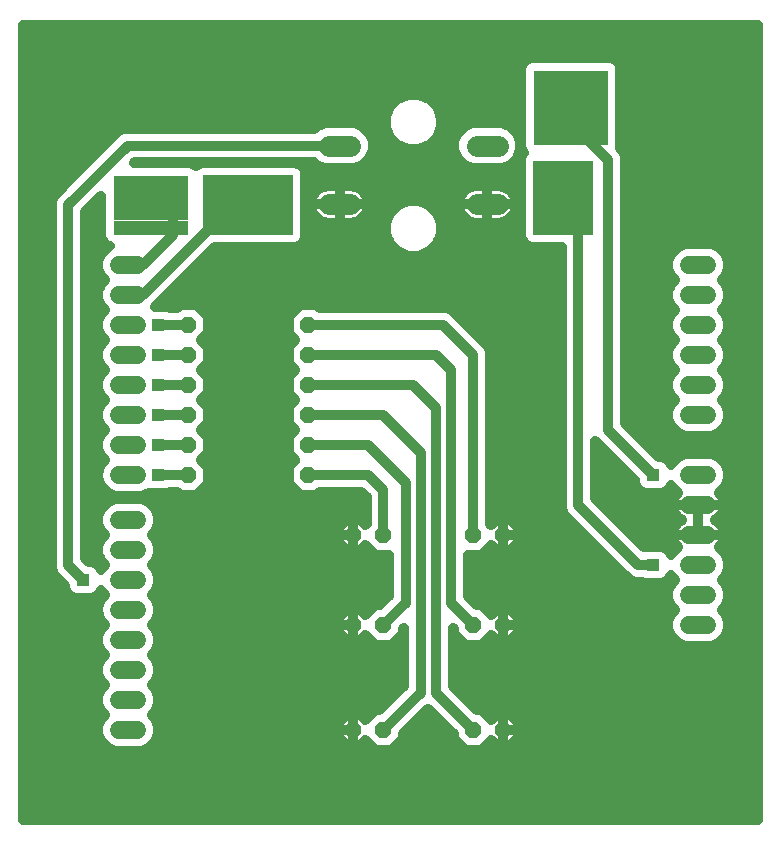
<source format=gbl>
G75*
%MOIN*%
%OFA0B0*%
%FSLAX25Y25*%
%IPPOS*%
%LPD*%
%AMOC8*
5,1,8,0,0,1.08239X$1,22.5*
%
%ADD10R,0.25000X0.15000*%
%ADD11R,0.30000X0.20000*%
%ADD12R,0.25000X0.05000*%
%ADD13R,0.25000X0.25000*%
%ADD14R,0.20000X0.25000*%
%ADD15OC8,0.05200*%
%ADD16C,0.07050*%
%ADD17C,0.06000*%
%ADD18C,0.03200*%
%ADD19R,0.03962X0.03962*%
D10*
X0063500Y0293500D03*
D11*
X0096000Y0291000D03*
D12*
X0063500Y0283500D03*
D13*
X0203500Y0323500D03*
D14*
X0201000Y0293500D03*
D15*
X0116000Y0251000D03*
X0116000Y0241000D03*
X0116000Y0231000D03*
X0116000Y0221000D03*
X0116000Y0211000D03*
X0116000Y0201000D03*
X0131000Y0181000D03*
X0141000Y0181000D03*
X0171000Y0181000D03*
X0181000Y0181000D03*
X0181000Y0151000D03*
X0171000Y0151000D03*
X0141000Y0151000D03*
X0131000Y0151000D03*
X0131000Y0116000D03*
X0141000Y0116000D03*
X0171000Y0116000D03*
X0181000Y0116000D03*
X0076000Y0201000D03*
X0076000Y0211000D03*
X0076000Y0221000D03*
X0076000Y0231000D03*
X0076000Y0241000D03*
X0076000Y0251000D03*
D16*
X0122875Y0291200D02*
X0129925Y0291200D01*
X0129925Y0310800D02*
X0122875Y0310800D01*
X0172075Y0310800D02*
X0179125Y0310800D01*
X0179125Y0291200D02*
X0172075Y0291200D01*
D17*
X0243000Y0271000D02*
X0249000Y0271000D01*
X0249000Y0261000D02*
X0243000Y0261000D01*
X0243000Y0251000D02*
X0249000Y0251000D01*
X0249000Y0241000D02*
X0243000Y0241000D01*
X0243000Y0231000D02*
X0249000Y0231000D01*
X0249000Y0221000D02*
X0243000Y0221000D01*
X0243000Y0201000D02*
X0249000Y0201000D01*
X0249000Y0191000D02*
X0243000Y0191000D01*
X0243000Y0181000D02*
X0249000Y0181000D01*
X0249000Y0171000D02*
X0243000Y0171000D01*
X0243000Y0161000D02*
X0249000Y0161000D01*
X0249000Y0151000D02*
X0243000Y0151000D01*
X0059000Y0146000D02*
X0053000Y0146000D01*
X0053000Y0136000D02*
X0059000Y0136000D01*
X0059000Y0126000D02*
X0053000Y0126000D01*
X0053000Y0116000D02*
X0059000Y0116000D01*
X0059000Y0156000D02*
X0053000Y0156000D01*
X0053000Y0166000D02*
X0059000Y0166000D01*
X0059000Y0176000D02*
X0053000Y0176000D01*
X0053000Y0186000D02*
X0059000Y0186000D01*
X0059000Y0201000D02*
X0053000Y0201000D01*
X0053000Y0211000D02*
X0059000Y0211000D01*
X0059000Y0221000D02*
X0053000Y0221000D01*
X0053000Y0231000D02*
X0059000Y0231000D01*
X0059000Y0241000D02*
X0053000Y0241000D01*
X0053000Y0251000D02*
X0059000Y0251000D01*
X0059000Y0261000D02*
X0053000Y0261000D01*
X0053000Y0271000D02*
X0059000Y0271000D01*
D18*
X0021000Y0351000D02*
X0021000Y0086000D01*
X0266000Y0086000D01*
X0266000Y0351000D01*
X0021000Y0351000D01*
X0021000Y0349638D02*
X0266000Y0349638D01*
X0266000Y0346439D02*
X0021000Y0346439D01*
X0021000Y0343241D02*
X0266000Y0343241D01*
X0266000Y0340042D02*
X0021000Y0340042D01*
X0021000Y0336844D02*
X0187020Y0336844D01*
X0187000Y0336796D02*
X0187000Y0310204D01*
X0187609Y0308734D01*
X0187843Y0308500D01*
X0187609Y0308266D01*
X0187000Y0306796D01*
X0187000Y0280204D01*
X0187609Y0278734D01*
X0188734Y0277609D01*
X0190204Y0277000D01*
X0200400Y0277000D01*
X0200400Y0189886D01*
X0201253Y0187828D01*
X0222828Y0166253D01*
X0224886Y0165400D01*
X0227303Y0165400D01*
X0228223Y0165019D01*
X0233777Y0165019D01*
X0235247Y0165628D01*
X0236372Y0166753D01*
X0236777Y0167731D01*
X0237066Y0167035D01*
X0238101Y0166000D01*
X0237066Y0164965D01*
X0236000Y0162392D01*
X0236000Y0159608D01*
X0237066Y0157035D01*
X0238101Y0156000D01*
X0237066Y0154965D01*
X0236000Y0152392D01*
X0236000Y0149608D01*
X0237066Y0147035D01*
X0239035Y0145066D01*
X0241608Y0144000D01*
X0250392Y0144000D01*
X0252965Y0145066D01*
X0254934Y0147035D01*
X0256000Y0149608D01*
X0256000Y0152392D01*
X0254934Y0154965D01*
X0253899Y0156000D01*
X0254934Y0157035D01*
X0256000Y0159608D01*
X0256000Y0162392D01*
X0254934Y0164965D01*
X0253899Y0166000D01*
X0254934Y0167035D01*
X0256000Y0169608D01*
X0256000Y0172392D01*
X0254934Y0174965D01*
X0252965Y0176934D01*
X0252886Y0176967D01*
X0253271Y0177352D01*
X0253790Y0178065D01*
X0254190Y0178850D01*
X0254462Y0179689D01*
X0254600Y0180559D01*
X0254600Y0181000D01*
X0254600Y0181441D01*
X0254462Y0182311D01*
X0254190Y0183150D01*
X0253790Y0183935D01*
X0253271Y0184648D01*
X0252648Y0185271D01*
X0251935Y0185790D01*
X0251522Y0186000D01*
X0251935Y0186210D01*
X0252648Y0186729D01*
X0253271Y0187352D01*
X0253790Y0188065D01*
X0254190Y0188850D01*
X0254462Y0189689D01*
X0254600Y0190559D01*
X0254600Y0191000D01*
X0254600Y0191441D01*
X0254462Y0192311D01*
X0254190Y0193150D01*
X0253790Y0193935D01*
X0253271Y0194648D01*
X0252886Y0195033D01*
X0252965Y0195066D01*
X0254934Y0197035D01*
X0256000Y0199608D01*
X0256000Y0202392D01*
X0254934Y0204965D01*
X0252965Y0206934D01*
X0250392Y0208000D01*
X0241608Y0208000D01*
X0239035Y0206934D01*
X0237066Y0204965D01*
X0236777Y0204269D01*
X0236372Y0205247D01*
X0235247Y0206372D01*
X0233777Y0206981D01*
X0232938Y0206981D01*
X0221600Y0218320D01*
X0221600Y0307114D01*
X0220747Y0309172D01*
X0219917Y0310003D01*
X0220000Y0310204D01*
X0220000Y0336796D01*
X0219391Y0338266D01*
X0218266Y0339391D01*
X0216796Y0340000D01*
X0190204Y0340000D01*
X0188734Y0339391D01*
X0187609Y0338266D01*
X0187000Y0336796D01*
X0187000Y0333645D02*
X0021000Y0333645D01*
X0021000Y0330447D02*
X0187000Y0330447D01*
X0187000Y0327248D02*
X0154273Y0327248D01*
X0152820Y0327850D02*
X0149180Y0327850D01*
X0145817Y0326457D01*
X0143243Y0323883D01*
X0141850Y0320520D01*
X0141850Y0316880D01*
X0143243Y0313517D01*
X0145817Y0310943D01*
X0149180Y0309550D01*
X0152820Y0309550D01*
X0156183Y0310943D01*
X0158757Y0313517D01*
X0160150Y0316880D01*
X0160150Y0320520D01*
X0158757Y0323883D01*
X0156183Y0326457D01*
X0152820Y0327850D01*
X0147727Y0327248D02*
X0021000Y0327248D01*
X0021000Y0324050D02*
X0143410Y0324050D01*
X0141987Y0320851D02*
X0021000Y0320851D01*
X0021000Y0317653D02*
X0119755Y0317653D01*
X0118612Y0317179D02*
X0117833Y0316400D01*
X0054686Y0316400D01*
X0052628Y0315547D01*
X0032828Y0295747D01*
X0031253Y0294172D01*
X0030400Y0292114D01*
X0030400Y0169886D01*
X0031253Y0167828D01*
X0035019Y0164062D01*
X0035019Y0163223D01*
X0035628Y0161753D01*
X0036753Y0160628D01*
X0038223Y0160019D01*
X0043777Y0160019D01*
X0045247Y0160628D01*
X0046372Y0161753D01*
X0046777Y0162731D01*
X0047066Y0162035D01*
X0048101Y0161000D01*
X0047066Y0159965D01*
X0046000Y0157392D01*
X0046000Y0154608D01*
X0047066Y0152035D01*
X0048101Y0151000D01*
X0047066Y0149965D01*
X0046000Y0147392D01*
X0046000Y0144608D01*
X0047066Y0142035D01*
X0048101Y0141000D01*
X0047066Y0139965D01*
X0046000Y0137392D01*
X0046000Y0134608D01*
X0047066Y0132035D01*
X0048101Y0131000D01*
X0047066Y0129965D01*
X0046000Y0127392D01*
X0046000Y0124608D01*
X0047066Y0122035D01*
X0048101Y0121000D01*
X0047066Y0119965D01*
X0046000Y0117392D01*
X0046000Y0114608D01*
X0047066Y0112035D01*
X0049035Y0110066D01*
X0051608Y0109000D01*
X0060392Y0109000D01*
X0062965Y0110066D01*
X0064934Y0112035D01*
X0066000Y0114608D01*
X0066000Y0117392D01*
X0064934Y0119965D01*
X0063899Y0121000D01*
X0064934Y0122035D01*
X0066000Y0124608D01*
X0066000Y0127392D01*
X0064934Y0129965D01*
X0063899Y0131000D01*
X0064934Y0132035D01*
X0066000Y0134608D01*
X0066000Y0137392D01*
X0064934Y0139965D01*
X0063899Y0141000D01*
X0064934Y0142035D01*
X0066000Y0144608D01*
X0066000Y0147392D01*
X0064934Y0149965D01*
X0063899Y0151000D01*
X0064934Y0152035D01*
X0066000Y0154608D01*
X0066000Y0157392D01*
X0064934Y0159965D01*
X0063899Y0161000D01*
X0064934Y0162035D01*
X0066000Y0164608D01*
X0066000Y0167392D01*
X0064934Y0169965D01*
X0063899Y0171000D01*
X0064934Y0172035D01*
X0066000Y0174608D01*
X0066000Y0177392D01*
X0064934Y0179965D01*
X0063899Y0181000D01*
X0064934Y0182035D01*
X0066000Y0184608D01*
X0066000Y0187392D01*
X0064934Y0189965D01*
X0062965Y0191934D01*
X0060392Y0193000D01*
X0051608Y0193000D01*
X0049035Y0191934D01*
X0047066Y0189965D01*
X0046000Y0187392D01*
X0046000Y0184608D01*
X0047066Y0182035D01*
X0048101Y0181000D01*
X0047066Y0179965D01*
X0046000Y0177392D01*
X0046000Y0174608D01*
X0047066Y0172035D01*
X0048101Y0171000D01*
X0047066Y0169965D01*
X0046777Y0169269D01*
X0046372Y0170247D01*
X0045247Y0171372D01*
X0043777Y0171981D01*
X0042938Y0171981D01*
X0041600Y0173320D01*
X0041600Y0288680D01*
X0047000Y0294080D01*
X0047000Y0280204D01*
X0047609Y0278734D01*
X0048734Y0277609D01*
X0049699Y0277209D01*
X0049035Y0276934D01*
X0047066Y0274965D01*
X0046000Y0272392D01*
X0046000Y0269608D01*
X0047066Y0267035D01*
X0048101Y0266000D01*
X0047066Y0264965D01*
X0046000Y0262392D01*
X0046000Y0259608D01*
X0047066Y0257035D01*
X0048101Y0256000D01*
X0047066Y0254965D01*
X0046000Y0252392D01*
X0046000Y0249608D01*
X0047066Y0247035D01*
X0048101Y0246000D01*
X0047066Y0244965D01*
X0046000Y0242392D01*
X0046000Y0239608D01*
X0047066Y0237035D01*
X0048101Y0236000D01*
X0047066Y0234965D01*
X0046000Y0232392D01*
X0046000Y0229608D01*
X0047066Y0227035D01*
X0048101Y0226000D01*
X0047066Y0224965D01*
X0046000Y0222392D01*
X0046000Y0219608D01*
X0047066Y0217035D01*
X0048101Y0216000D01*
X0047066Y0214965D01*
X0046000Y0212392D01*
X0046000Y0209608D01*
X0047066Y0207035D01*
X0048101Y0206000D01*
X0047066Y0204965D01*
X0046000Y0202392D01*
X0046000Y0199608D01*
X0047066Y0197035D01*
X0049035Y0195066D01*
X0051608Y0194000D01*
X0060392Y0194000D01*
X0062965Y0195066D01*
X0063008Y0195108D01*
X0063223Y0195019D01*
X0068777Y0195019D01*
X0069697Y0195400D01*
X0072266Y0195400D01*
X0073266Y0194400D01*
X0078734Y0194400D01*
X0082600Y0198266D01*
X0082600Y0203734D01*
X0080334Y0206000D01*
X0082600Y0208266D01*
X0082600Y0213734D01*
X0080334Y0216000D01*
X0082600Y0218266D01*
X0082600Y0223734D01*
X0080334Y0226000D01*
X0082600Y0228266D01*
X0082600Y0233734D01*
X0080334Y0236000D01*
X0082600Y0238266D01*
X0082600Y0243734D01*
X0080334Y0246000D01*
X0082600Y0248266D01*
X0082600Y0253734D01*
X0078734Y0257600D01*
X0073266Y0257600D01*
X0072266Y0256600D01*
X0069697Y0256600D01*
X0068777Y0256981D01*
X0064901Y0256981D01*
X0084920Y0277000D01*
X0111796Y0277000D01*
X0113266Y0277609D01*
X0114391Y0278734D01*
X0115000Y0280204D01*
X0115000Y0301796D01*
X0114391Y0303266D01*
X0113266Y0304391D01*
X0111796Y0305000D01*
X0080204Y0305000D01*
X0078734Y0304391D01*
X0078500Y0304157D01*
X0078266Y0304391D01*
X0076796Y0305000D01*
X0057920Y0305000D01*
X0058120Y0305200D01*
X0117833Y0305200D01*
X0118612Y0304421D01*
X0121378Y0303275D01*
X0131422Y0303275D01*
X0134188Y0304421D01*
X0136304Y0306537D01*
X0137450Y0309303D01*
X0137450Y0312297D01*
X0136304Y0315063D01*
X0134188Y0317179D01*
X0131422Y0318325D01*
X0121378Y0318325D01*
X0118612Y0317179D01*
X0126400Y0310800D02*
X0055800Y0310800D01*
X0036000Y0291000D01*
X0036000Y0171000D01*
X0041000Y0166000D01*
X0034956Y0164124D02*
X0021000Y0164124D01*
X0021000Y0160926D02*
X0036455Y0160926D01*
X0031758Y0167323D02*
X0021000Y0167323D01*
X0021000Y0170521D02*
X0030400Y0170521D01*
X0030400Y0173720D02*
X0021000Y0173720D01*
X0021000Y0176918D02*
X0030400Y0176918D01*
X0030400Y0180117D02*
X0021000Y0180117D01*
X0021000Y0183315D02*
X0030400Y0183315D01*
X0030400Y0186514D02*
X0021000Y0186514D01*
X0021000Y0189712D02*
X0030400Y0189712D01*
X0030400Y0192911D02*
X0021000Y0192911D01*
X0021000Y0196109D02*
X0030400Y0196109D01*
X0030400Y0199308D02*
X0021000Y0199308D01*
X0021000Y0202506D02*
X0030400Y0202506D01*
X0030400Y0205705D02*
X0021000Y0205705D01*
X0021000Y0208903D02*
X0030400Y0208903D01*
X0030400Y0212102D02*
X0021000Y0212102D01*
X0021000Y0215300D02*
X0030400Y0215300D01*
X0030400Y0218499D02*
X0021000Y0218499D01*
X0021000Y0221697D02*
X0030400Y0221697D01*
X0030400Y0224896D02*
X0021000Y0224896D01*
X0021000Y0228094D02*
X0030400Y0228094D01*
X0030400Y0231293D02*
X0021000Y0231293D01*
X0021000Y0234491D02*
X0030400Y0234491D01*
X0030400Y0237690D02*
X0021000Y0237690D01*
X0021000Y0240888D02*
X0030400Y0240888D01*
X0030400Y0244087D02*
X0021000Y0244087D01*
X0021000Y0247285D02*
X0030400Y0247285D01*
X0030400Y0250484D02*
X0021000Y0250484D01*
X0021000Y0253682D02*
X0030400Y0253682D01*
X0030400Y0256881D02*
X0021000Y0256881D01*
X0021000Y0260079D02*
X0030400Y0260079D01*
X0030400Y0263278D02*
X0021000Y0263278D01*
X0021000Y0266476D02*
X0030400Y0266476D01*
X0030400Y0269675D02*
X0021000Y0269675D01*
X0021000Y0272873D02*
X0030400Y0272873D01*
X0030400Y0276072D02*
X0021000Y0276072D01*
X0021000Y0279270D02*
X0030400Y0279270D01*
X0030400Y0282469D02*
X0021000Y0282469D01*
X0021000Y0285668D02*
X0030400Y0285668D01*
X0030400Y0288866D02*
X0021000Y0288866D01*
X0021000Y0292065D02*
X0030400Y0292065D01*
X0032343Y0295263D02*
X0021000Y0295263D01*
X0021000Y0298462D02*
X0035542Y0298462D01*
X0038740Y0301660D02*
X0021000Y0301660D01*
X0021000Y0304859D02*
X0041939Y0304859D01*
X0045137Y0308057D02*
X0021000Y0308057D01*
X0021000Y0311256D02*
X0048336Y0311256D01*
X0051535Y0314454D02*
X0021000Y0314454D01*
X0044984Y0292065D02*
X0047000Y0292065D01*
X0047000Y0288866D02*
X0041786Y0288866D01*
X0041600Y0285668D02*
X0047000Y0285668D01*
X0047000Y0282469D02*
X0041600Y0282469D01*
X0041600Y0279270D02*
X0047387Y0279270D01*
X0048172Y0276072D02*
X0041600Y0276072D01*
X0041600Y0272873D02*
X0046199Y0272873D01*
X0046000Y0269675D02*
X0041600Y0269675D01*
X0041600Y0266476D02*
X0047624Y0266476D01*
X0046367Y0263278D02*
X0041600Y0263278D01*
X0041600Y0260079D02*
X0046000Y0260079D01*
X0047220Y0256881D02*
X0041600Y0256881D01*
X0041600Y0253682D02*
X0046534Y0253682D01*
X0046000Y0250484D02*
X0041600Y0250484D01*
X0041600Y0247285D02*
X0046962Y0247285D01*
X0046702Y0244087D02*
X0041600Y0244087D01*
X0041600Y0240888D02*
X0046000Y0240888D01*
X0046794Y0237690D02*
X0041600Y0237690D01*
X0041600Y0234491D02*
X0046869Y0234491D01*
X0046000Y0231293D02*
X0041600Y0231293D01*
X0041600Y0228094D02*
X0046627Y0228094D01*
X0047037Y0224896D02*
X0041600Y0224896D01*
X0041600Y0221697D02*
X0046000Y0221697D01*
X0046459Y0218499D02*
X0041600Y0218499D01*
X0041600Y0215300D02*
X0047401Y0215300D01*
X0046000Y0212102D02*
X0041600Y0212102D01*
X0041600Y0208903D02*
X0046292Y0208903D01*
X0047805Y0205705D02*
X0041600Y0205705D01*
X0041600Y0202506D02*
X0046047Y0202506D01*
X0046124Y0199308D02*
X0041600Y0199308D01*
X0041600Y0196109D02*
X0047991Y0196109D01*
X0051392Y0192911D02*
X0041600Y0192911D01*
X0041600Y0189712D02*
X0046961Y0189712D01*
X0046000Y0186514D02*
X0041600Y0186514D01*
X0041600Y0183315D02*
X0046535Y0183315D01*
X0047217Y0180117D02*
X0041600Y0180117D01*
X0041600Y0176918D02*
X0046000Y0176918D01*
X0046368Y0173720D02*
X0041600Y0173720D01*
X0046098Y0170521D02*
X0047622Y0170521D01*
X0048026Y0160926D02*
X0045545Y0160926D01*
X0046139Y0157727D02*
X0021000Y0157727D01*
X0021000Y0154529D02*
X0046033Y0154529D01*
X0047770Y0151330D02*
X0021000Y0151330D01*
X0021000Y0148132D02*
X0046306Y0148132D01*
X0046000Y0144933D02*
X0021000Y0144933D01*
X0021000Y0141734D02*
X0047366Y0141734D01*
X0046474Y0138536D02*
X0021000Y0138536D01*
X0021000Y0135337D02*
X0046000Y0135337D01*
X0047023Y0132139D02*
X0021000Y0132139D01*
X0021000Y0128940D02*
X0046641Y0128940D01*
X0046000Y0125742D02*
X0021000Y0125742D01*
X0021000Y0122543D02*
X0046855Y0122543D01*
X0046809Y0119345D02*
X0021000Y0119345D01*
X0021000Y0116146D02*
X0046000Y0116146D01*
X0046687Y0112948D02*
X0021000Y0112948D01*
X0021000Y0109749D02*
X0049798Y0109749D01*
X0062202Y0109749D02*
X0137917Y0109749D01*
X0138266Y0109400D02*
X0143734Y0109400D01*
X0147600Y0113266D01*
X0147600Y0114680D01*
X0156000Y0123080D01*
X0164400Y0114680D01*
X0164400Y0113266D01*
X0168266Y0109400D01*
X0173734Y0109400D01*
X0176990Y0112656D01*
X0178846Y0110800D01*
X0181000Y0110800D01*
X0183154Y0110800D01*
X0186200Y0113846D01*
X0186200Y0116000D01*
X0186200Y0118154D01*
X0183154Y0121200D01*
X0181000Y0121200D01*
X0181000Y0116000D01*
X0181000Y0116000D01*
X0186200Y0116000D01*
X0181000Y0116000D01*
X0181000Y0116000D01*
X0181000Y0121200D01*
X0178846Y0121200D01*
X0176990Y0119344D01*
X0173734Y0122600D01*
X0172320Y0122600D01*
X0164100Y0130820D01*
X0164100Y0149980D01*
X0164400Y0149680D01*
X0164400Y0148266D01*
X0168266Y0144400D01*
X0173734Y0144400D01*
X0176990Y0147656D01*
X0178846Y0145800D01*
X0181000Y0145800D01*
X0183154Y0145800D01*
X0186200Y0148846D01*
X0186200Y0151000D01*
X0186200Y0153154D01*
X0183154Y0156200D01*
X0181000Y0156200D01*
X0181000Y0151000D01*
X0181000Y0151000D01*
X0186200Y0151000D01*
X0181000Y0151000D01*
X0181000Y0151000D01*
X0181000Y0156200D01*
X0178846Y0156200D01*
X0176990Y0154344D01*
X0173734Y0157600D01*
X0172320Y0157600D01*
X0169100Y0160820D01*
X0169100Y0174400D01*
X0173734Y0174400D01*
X0176990Y0177656D01*
X0178846Y0175800D01*
X0181000Y0175800D01*
X0183154Y0175800D01*
X0186200Y0178846D01*
X0186200Y0181000D01*
X0186200Y0183154D01*
X0183154Y0186200D01*
X0181000Y0186200D01*
X0181000Y0181000D01*
X0186200Y0181000D01*
X0181000Y0181000D01*
X0181000Y0181000D01*
X0181000Y0181000D01*
X0181000Y0175800D01*
X0181000Y0181000D01*
X0181000Y0181000D01*
X0181000Y0186200D01*
X0178846Y0186200D01*
X0176990Y0184344D01*
X0176600Y0184734D01*
X0176600Y0242114D01*
X0175747Y0244172D01*
X0174172Y0245747D01*
X0164172Y0255747D01*
X0162114Y0256600D01*
X0119734Y0256600D01*
X0118734Y0257600D01*
X0113266Y0257600D01*
X0109400Y0253734D01*
X0109400Y0248266D01*
X0111666Y0246000D01*
X0109400Y0243734D01*
X0109400Y0238266D01*
X0111666Y0236000D01*
X0109400Y0233734D01*
X0109400Y0228266D01*
X0111666Y0226000D01*
X0109400Y0223734D01*
X0109400Y0218266D01*
X0111666Y0216000D01*
X0109400Y0213734D01*
X0109400Y0208266D01*
X0111666Y0206000D01*
X0109400Y0203734D01*
X0109400Y0198266D01*
X0113266Y0194400D01*
X0118734Y0194400D01*
X0119734Y0195400D01*
X0133680Y0195400D01*
X0135400Y0193680D01*
X0135400Y0184734D01*
X0135010Y0184344D01*
X0133154Y0186200D01*
X0131000Y0186200D01*
X0131000Y0181000D01*
X0131000Y0181000D01*
X0131000Y0175800D01*
X0133154Y0175800D01*
X0135010Y0177656D01*
X0138266Y0174400D01*
X0142900Y0174400D01*
X0142900Y0160820D01*
X0139680Y0157600D01*
X0138266Y0157600D01*
X0135010Y0154344D01*
X0133154Y0156200D01*
X0131000Y0156200D01*
X0131000Y0151000D01*
X0131000Y0151000D01*
X0131000Y0145800D01*
X0133154Y0145800D01*
X0135010Y0147656D01*
X0138266Y0144400D01*
X0143734Y0144400D01*
X0147600Y0148266D01*
X0147600Y0149680D01*
X0147900Y0149980D01*
X0147900Y0130820D01*
X0139680Y0122600D01*
X0138266Y0122600D01*
X0135010Y0119344D01*
X0133154Y0121200D01*
X0131000Y0121200D01*
X0131000Y0116000D01*
X0131000Y0116000D01*
X0131000Y0110800D01*
X0133154Y0110800D01*
X0135010Y0112656D01*
X0138266Y0109400D01*
X0144083Y0109749D02*
X0167917Y0109749D01*
X0164718Y0112948D02*
X0147282Y0112948D01*
X0149066Y0116146D02*
X0162934Y0116146D01*
X0159735Y0119345D02*
X0152264Y0119345D01*
X0155463Y0122543D02*
X0156537Y0122543D01*
X0158500Y0128500D02*
X0171000Y0116000D01*
X0176989Y0119345D02*
X0176991Y0119345D01*
X0181000Y0119345D02*
X0181000Y0119345D01*
X0181000Y0116146D02*
X0181000Y0116146D01*
X0181000Y0116000D02*
X0181000Y0110800D01*
X0181000Y0116000D01*
X0181000Y0116000D01*
X0181000Y0112948D02*
X0181000Y0112948D01*
X0185302Y0112948D02*
X0266000Y0112948D01*
X0266000Y0116146D02*
X0186200Y0116146D01*
X0185009Y0119345D02*
X0266000Y0119345D01*
X0266000Y0122543D02*
X0173790Y0122543D01*
X0169178Y0125742D02*
X0266000Y0125742D01*
X0266000Y0128940D02*
X0165979Y0128940D01*
X0164100Y0132139D02*
X0266000Y0132139D01*
X0266000Y0135337D02*
X0164100Y0135337D01*
X0164100Y0138536D02*
X0266000Y0138536D01*
X0266000Y0141734D02*
X0164100Y0141734D01*
X0164100Y0144933D02*
X0167733Y0144933D01*
X0164535Y0148132D02*
X0164100Y0148132D01*
X0171000Y0151000D02*
X0163500Y0158500D01*
X0163500Y0236000D01*
X0158500Y0241000D01*
X0116000Y0241000D01*
X0109400Y0240888D02*
X0082600Y0240888D01*
X0082247Y0244087D02*
X0109753Y0244087D01*
X0110381Y0247285D02*
X0081619Y0247285D01*
X0082600Y0250484D02*
X0109400Y0250484D01*
X0109400Y0253682D02*
X0082600Y0253682D01*
X0079453Y0256881D02*
X0112547Y0256881D01*
X0116000Y0251000D02*
X0161000Y0251000D01*
X0171000Y0241000D01*
X0171000Y0181000D01*
X0176252Y0176918D02*
X0177728Y0176918D01*
X0181000Y0176918D02*
X0181000Y0176918D01*
X0181000Y0180117D02*
X0181000Y0180117D01*
X0181000Y0183315D02*
X0181000Y0183315D01*
X0186039Y0183315D02*
X0205765Y0183315D01*
X0202567Y0186514D02*
X0176600Y0186514D01*
X0176600Y0189712D02*
X0200472Y0189712D01*
X0200400Y0192911D02*
X0176600Y0192911D01*
X0176600Y0196109D02*
X0200400Y0196109D01*
X0200400Y0199308D02*
X0176600Y0199308D01*
X0176600Y0202506D02*
X0200400Y0202506D01*
X0200400Y0205705D02*
X0176600Y0205705D01*
X0176600Y0208903D02*
X0200400Y0208903D01*
X0200400Y0212102D02*
X0176600Y0212102D01*
X0176600Y0215300D02*
X0200400Y0215300D01*
X0200400Y0218499D02*
X0176600Y0218499D01*
X0176600Y0221697D02*
X0200400Y0221697D01*
X0200400Y0224896D02*
X0176600Y0224896D01*
X0176600Y0228094D02*
X0200400Y0228094D01*
X0200400Y0231293D02*
X0176600Y0231293D01*
X0176600Y0234491D02*
X0200400Y0234491D01*
X0200400Y0237690D02*
X0176600Y0237690D01*
X0176600Y0240888D02*
X0200400Y0240888D01*
X0200400Y0244087D02*
X0175783Y0244087D01*
X0172634Y0247285D02*
X0200400Y0247285D01*
X0200400Y0250484D02*
X0169436Y0250484D01*
X0166237Y0253682D02*
X0200400Y0253682D01*
X0200400Y0256881D02*
X0119453Y0256881D01*
X0109976Y0237690D02*
X0082024Y0237690D01*
X0081842Y0234491D02*
X0110158Y0234491D01*
X0109400Y0231293D02*
X0082600Y0231293D01*
X0082428Y0228094D02*
X0109572Y0228094D01*
X0110562Y0224896D02*
X0081438Y0224896D01*
X0082600Y0221697D02*
X0109400Y0221697D01*
X0109400Y0218499D02*
X0082600Y0218499D01*
X0081034Y0215300D02*
X0110966Y0215300D01*
X0109400Y0212102D02*
X0082600Y0212102D01*
X0082600Y0208903D02*
X0109400Y0208903D01*
X0111371Y0205705D02*
X0080629Y0205705D01*
X0082600Y0202506D02*
X0109400Y0202506D01*
X0109400Y0199308D02*
X0082600Y0199308D01*
X0080443Y0196109D02*
X0111557Y0196109D01*
X0116000Y0201000D02*
X0136000Y0201000D01*
X0141000Y0196000D01*
X0141000Y0181000D01*
X0135748Y0176918D02*
X0134272Y0176918D01*
X0131000Y0176918D02*
X0131000Y0176918D01*
X0131000Y0175800D02*
X0131000Y0181000D01*
X0131000Y0181000D01*
X0131000Y0181000D01*
X0125800Y0181000D01*
X0125800Y0183154D01*
X0128846Y0186200D01*
X0131000Y0186200D01*
X0131000Y0181000D01*
X0125800Y0181000D01*
X0125800Y0178846D01*
X0128846Y0175800D01*
X0131000Y0175800D01*
X0127728Y0176918D02*
X0066000Y0176918D01*
X0065632Y0173720D02*
X0142900Y0173720D01*
X0142900Y0170521D02*
X0064378Y0170521D01*
X0066000Y0167323D02*
X0142900Y0167323D01*
X0142900Y0164124D02*
X0065800Y0164124D01*
X0063974Y0160926D02*
X0142900Y0160926D01*
X0139807Y0157727D02*
X0065861Y0157727D01*
X0065967Y0154529D02*
X0127175Y0154529D01*
X0125800Y0153154D02*
X0128846Y0156200D01*
X0131000Y0156200D01*
X0131000Y0151000D01*
X0131000Y0151000D01*
X0131000Y0151000D01*
X0125800Y0151000D01*
X0125800Y0153154D01*
X0125800Y0151330D02*
X0064230Y0151330D01*
X0065694Y0148132D02*
X0126515Y0148132D01*
X0125800Y0148846D02*
X0125800Y0151000D01*
X0131000Y0151000D01*
X0131000Y0145800D01*
X0128846Y0145800D01*
X0125800Y0148846D01*
X0131000Y0148132D02*
X0131000Y0148132D01*
X0131000Y0151330D02*
X0131000Y0151330D01*
X0131000Y0154529D02*
X0131000Y0154529D01*
X0134825Y0154529D02*
X0135195Y0154529D01*
X0141000Y0151000D02*
X0148500Y0158500D01*
X0148500Y0198500D01*
X0136000Y0211000D01*
X0116000Y0211000D01*
X0116000Y0221000D02*
X0141000Y0221000D01*
X0153500Y0208500D01*
X0153500Y0128500D01*
X0141000Y0116000D01*
X0135011Y0119345D02*
X0135009Y0119345D01*
X0131000Y0119345D02*
X0131000Y0119345D01*
X0131000Y0121200D02*
X0128846Y0121200D01*
X0125800Y0118154D01*
X0125800Y0116000D01*
X0131000Y0116000D01*
X0131000Y0116000D01*
X0131000Y0116000D01*
X0131000Y0121200D01*
X0126991Y0119345D02*
X0065191Y0119345D01*
X0065145Y0122543D02*
X0138210Y0122543D01*
X0142822Y0125742D02*
X0066000Y0125742D01*
X0065359Y0128940D02*
X0146021Y0128940D01*
X0147900Y0132139D02*
X0064977Y0132139D01*
X0066000Y0135337D02*
X0147900Y0135337D01*
X0147900Y0138536D02*
X0065526Y0138536D01*
X0064634Y0141734D02*
X0147900Y0141734D01*
X0147900Y0144933D02*
X0144267Y0144933D01*
X0147465Y0148132D02*
X0147900Y0148132D01*
X0137733Y0144933D02*
X0066000Y0144933D01*
X0066000Y0116146D02*
X0125800Y0116146D01*
X0125800Y0116000D02*
X0125800Y0113846D01*
X0128846Y0110800D01*
X0131000Y0110800D01*
X0131000Y0116000D01*
X0125800Y0116000D01*
X0126698Y0112948D02*
X0065312Y0112948D01*
X0021000Y0106551D02*
X0266000Y0106551D01*
X0266000Y0109749D02*
X0174083Y0109749D01*
X0158500Y0128500D02*
X0158500Y0223500D01*
X0151000Y0231000D01*
X0116000Y0231000D01*
X0076000Y0231000D02*
X0066000Y0231000D01*
X0066000Y0241000D02*
X0076000Y0241000D01*
X0076000Y0251000D02*
X0066000Y0251000D01*
X0069019Y0256881D02*
X0072547Y0256881D01*
X0067999Y0260079D02*
X0200400Y0260079D01*
X0200400Y0263278D02*
X0071198Y0263278D01*
X0074396Y0266476D02*
X0200400Y0266476D01*
X0200400Y0269675D02*
X0077595Y0269675D01*
X0080793Y0272873D02*
X0200400Y0272873D01*
X0200400Y0276072D02*
X0156712Y0276072D01*
X0156183Y0275543D02*
X0158757Y0278117D01*
X0160150Y0281480D01*
X0160150Y0285120D01*
X0158757Y0288483D01*
X0156183Y0291057D01*
X0152820Y0292450D01*
X0149180Y0292450D01*
X0145817Y0291057D01*
X0143243Y0288483D01*
X0141850Y0285120D01*
X0141850Y0281480D01*
X0143243Y0278117D01*
X0145817Y0275543D01*
X0149180Y0274150D01*
X0152820Y0274150D01*
X0156183Y0275543D01*
X0159235Y0279270D02*
X0187387Y0279270D01*
X0187000Y0282469D02*
X0160150Y0282469D01*
X0159923Y0285668D02*
X0169442Y0285668D01*
X0169724Y0285524D02*
X0170641Y0285226D01*
X0171593Y0285075D01*
X0175600Y0285075D01*
X0179607Y0285075D01*
X0180559Y0285226D01*
X0181476Y0285524D01*
X0182335Y0285961D01*
X0183115Y0286528D01*
X0183797Y0287210D01*
X0184364Y0287990D01*
X0184801Y0288849D01*
X0185099Y0289766D01*
X0185250Y0290718D01*
X0185250Y0291200D01*
X0185250Y0291682D01*
X0185099Y0292634D01*
X0184801Y0293551D01*
X0184364Y0294410D01*
X0183797Y0295190D01*
X0183115Y0295872D01*
X0182335Y0296439D01*
X0181476Y0296876D01*
X0180559Y0297174D01*
X0179607Y0297325D01*
X0175600Y0297325D01*
X0175600Y0291200D01*
X0175600Y0291200D01*
X0185250Y0291200D01*
X0175600Y0291200D01*
X0175600Y0291200D01*
X0175600Y0297325D01*
X0171593Y0297325D01*
X0170641Y0297174D01*
X0169724Y0296876D01*
X0168865Y0296439D01*
X0168085Y0295872D01*
X0167403Y0295190D01*
X0166836Y0294410D01*
X0166399Y0293551D01*
X0166101Y0292634D01*
X0165950Y0291682D01*
X0165950Y0291200D01*
X0175600Y0291200D01*
X0175600Y0285075D01*
X0175600Y0291200D01*
X0175600Y0291200D01*
X0175600Y0291200D01*
X0165950Y0291200D01*
X0165950Y0290718D01*
X0166101Y0289766D01*
X0166399Y0288849D01*
X0166836Y0287990D01*
X0167403Y0287210D01*
X0168085Y0286528D01*
X0168865Y0285961D01*
X0169724Y0285524D01*
X0166393Y0288866D02*
X0158374Y0288866D01*
X0153751Y0292065D02*
X0166011Y0292065D01*
X0167476Y0295263D02*
X0134524Y0295263D01*
X0134597Y0295190D02*
X0133915Y0295872D01*
X0133135Y0296439D01*
X0132276Y0296876D01*
X0131359Y0297174D01*
X0130407Y0297325D01*
X0126400Y0297325D01*
X0126400Y0291200D01*
X0126400Y0291200D01*
X0136050Y0291200D01*
X0136050Y0291682D01*
X0135899Y0292634D01*
X0135601Y0293551D01*
X0135164Y0294410D01*
X0134597Y0295190D01*
X0135989Y0292065D02*
X0148249Y0292065D01*
X0143626Y0288866D02*
X0135607Y0288866D01*
X0135601Y0288849D02*
X0135899Y0289766D01*
X0136050Y0290718D01*
X0136050Y0291200D01*
X0126400Y0291200D01*
X0126400Y0291200D01*
X0126400Y0297325D01*
X0122393Y0297325D01*
X0121441Y0297174D01*
X0120524Y0296876D01*
X0119665Y0296439D01*
X0118885Y0295872D01*
X0118203Y0295190D01*
X0117636Y0294410D01*
X0117199Y0293551D01*
X0116901Y0292634D01*
X0116750Y0291682D01*
X0116750Y0291200D01*
X0126400Y0291200D01*
X0126400Y0285075D01*
X0130407Y0285075D01*
X0131359Y0285226D01*
X0132276Y0285524D01*
X0133135Y0285961D01*
X0133915Y0286528D01*
X0134597Y0287210D01*
X0135164Y0287990D01*
X0135601Y0288849D01*
X0132558Y0285668D02*
X0142077Y0285668D01*
X0141850Y0282469D02*
X0115000Y0282469D01*
X0115000Y0285668D02*
X0120242Y0285668D01*
X0120524Y0285524D02*
X0121441Y0285226D01*
X0122393Y0285075D01*
X0126400Y0285075D01*
X0126400Y0291200D01*
X0126400Y0291200D01*
X0126400Y0291200D01*
X0116750Y0291200D01*
X0116750Y0290718D01*
X0116901Y0289766D01*
X0117199Y0288849D01*
X0117636Y0287990D01*
X0118203Y0287210D01*
X0118885Y0286528D01*
X0119665Y0285961D01*
X0120524Y0285524D01*
X0117193Y0288866D02*
X0115000Y0288866D01*
X0115000Y0292065D02*
X0116811Y0292065D01*
X0118276Y0295263D02*
X0115000Y0295263D01*
X0115000Y0298462D02*
X0187000Y0298462D01*
X0187000Y0301660D02*
X0115000Y0301660D01*
X0112137Y0304859D02*
X0118174Y0304859D01*
X0126400Y0295263D02*
X0126400Y0295263D01*
X0126400Y0292065D02*
X0126400Y0292065D01*
X0126400Y0288866D02*
X0126400Y0288866D01*
X0126400Y0285668D02*
X0126400Y0285668D01*
X0114613Y0279270D02*
X0142765Y0279270D01*
X0145288Y0276072D02*
X0083992Y0276072D01*
X0071000Y0281000D02*
X0071000Y0286000D01*
X0071000Y0281000D02*
X0061000Y0271000D01*
X0061000Y0261000D02*
X0086000Y0286000D01*
X0079863Y0304859D02*
X0077137Y0304859D01*
X0133045Y0317653D02*
X0141850Y0317653D01*
X0142855Y0314454D02*
X0136556Y0314454D01*
X0137450Y0311256D02*
X0145504Y0311256D01*
X0156496Y0311256D02*
X0164550Y0311256D01*
X0164550Y0312297D02*
X0164550Y0309303D01*
X0165696Y0306537D01*
X0167812Y0304421D01*
X0170578Y0303275D01*
X0180622Y0303275D01*
X0183388Y0304421D01*
X0185504Y0306537D01*
X0186650Y0309303D01*
X0186650Y0312297D01*
X0185504Y0315063D01*
X0183388Y0317179D01*
X0180622Y0318325D01*
X0170578Y0318325D01*
X0167812Y0317179D01*
X0165696Y0315063D01*
X0164550Y0312297D01*
X0165444Y0314454D02*
X0159145Y0314454D01*
X0160150Y0317653D02*
X0168955Y0317653D01*
X0160013Y0320851D02*
X0187000Y0320851D01*
X0187000Y0317653D02*
X0182245Y0317653D01*
X0185756Y0314454D02*
X0187000Y0314454D01*
X0187000Y0311256D02*
X0186650Y0311256D01*
X0186134Y0308057D02*
X0187523Y0308057D01*
X0187000Y0304859D02*
X0183826Y0304859D01*
X0183724Y0295263D02*
X0187000Y0295263D01*
X0187000Y0292065D02*
X0185189Y0292065D01*
X0184807Y0288866D02*
X0187000Y0288866D01*
X0187000Y0285668D02*
X0181758Y0285668D01*
X0175600Y0285668D02*
X0175600Y0285668D01*
X0175600Y0288866D02*
X0175600Y0288866D01*
X0175600Y0292065D02*
X0175600Y0292065D01*
X0175600Y0295263D02*
X0175600Y0295263D01*
X0167374Y0304859D02*
X0134626Y0304859D01*
X0136934Y0308057D02*
X0165066Y0308057D01*
X0158590Y0324050D02*
X0187000Y0324050D01*
X0206000Y0316000D02*
X0216000Y0306000D01*
X0216000Y0216000D01*
X0231000Y0201000D01*
X0225019Y0199062D02*
X0225019Y0198223D01*
X0225628Y0196753D01*
X0226753Y0195628D01*
X0228223Y0195019D01*
X0233777Y0195019D01*
X0235247Y0195628D01*
X0236372Y0196753D01*
X0236777Y0197731D01*
X0237066Y0197035D01*
X0239035Y0195066D01*
X0239114Y0195033D01*
X0238729Y0194648D01*
X0238210Y0193935D01*
X0237810Y0193150D01*
X0237538Y0192311D01*
X0237400Y0191441D01*
X0237400Y0191000D01*
X0246000Y0191000D01*
X0254600Y0191000D01*
X0246000Y0191000D01*
X0246000Y0191000D01*
X0246000Y0181000D01*
X0254600Y0181000D01*
X0246000Y0181000D01*
X0246000Y0181000D01*
X0246000Y0181000D01*
X0246000Y0186600D01*
X0246000Y0191000D01*
X0246000Y0191000D01*
X0246000Y0191000D01*
X0237400Y0191000D01*
X0237400Y0190559D01*
X0237538Y0189689D01*
X0237810Y0188850D01*
X0238210Y0188065D01*
X0238729Y0187352D01*
X0239352Y0186729D01*
X0240065Y0186210D01*
X0240478Y0186000D01*
X0240065Y0185790D01*
X0239352Y0185271D01*
X0238729Y0184648D01*
X0238210Y0183935D01*
X0237810Y0183150D01*
X0237538Y0182311D01*
X0237400Y0181441D01*
X0237400Y0181000D01*
X0246000Y0181000D01*
X0246000Y0181000D01*
X0237400Y0181000D01*
X0237400Y0180559D01*
X0237538Y0179689D01*
X0237810Y0178850D01*
X0238210Y0178065D01*
X0238729Y0177352D01*
X0239114Y0176967D01*
X0239035Y0176934D01*
X0237066Y0174965D01*
X0236777Y0174269D01*
X0236372Y0175247D01*
X0235247Y0176372D01*
X0233777Y0176981D01*
X0228223Y0176981D01*
X0228022Y0176898D01*
X0211600Y0193320D01*
X0211600Y0212480D01*
X0225019Y0199062D01*
X0224773Y0199308D02*
X0211600Y0199308D01*
X0211600Y0202506D02*
X0221574Y0202506D01*
X0218376Y0205705D02*
X0211600Y0205705D01*
X0211600Y0208903D02*
X0215177Y0208903D01*
X0211979Y0212102D02*
X0211600Y0212102D01*
X0221600Y0218499D02*
X0236459Y0218499D01*
X0236000Y0219608D02*
X0237066Y0217035D01*
X0239035Y0215066D01*
X0241608Y0214000D01*
X0250392Y0214000D01*
X0252965Y0215066D01*
X0254934Y0217035D01*
X0256000Y0219608D01*
X0256000Y0222392D01*
X0254934Y0224965D01*
X0253899Y0226000D01*
X0254934Y0227035D01*
X0256000Y0229608D01*
X0256000Y0232392D01*
X0254934Y0234965D01*
X0253899Y0236000D01*
X0254934Y0237035D01*
X0256000Y0239608D01*
X0256000Y0242392D01*
X0254934Y0244965D01*
X0253899Y0246000D01*
X0254934Y0247035D01*
X0256000Y0249608D01*
X0256000Y0252392D01*
X0254934Y0254965D01*
X0253899Y0256000D01*
X0254934Y0257035D01*
X0256000Y0259608D01*
X0256000Y0262392D01*
X0254934Y0264965D01*
X0253899Y0266000D01*
X0254934Y0267035D01*
X0256000Y0269608D01*
X0256000Y0272392D01*
X0254934Y0274965D01*
X0252965Y0276934D01*
X0250392Y0278000D01*
X0241608Y0278000D01*
X0239035Y0276934D01*
X0237066Y0274965D01*
X0236000Y0272392D01*
X0236000Y0269608D01*
X0237066Y0267035D01*
X0238101Y0266000D01*
X0237066Y0264965D01*
X0236000Y0262392D01*
X0236000Y0259608D01*
X0237066Y0257035D01*
X0238101Y0256000D01*
X0237066Y0254965D01*
X0236000Y0252392D01*
X0236000Y0249608D01*
X0237066Y0247035D01*
X0238101Y0246000D01*
X0237066Y0244965D01*
X0236000Y0242392D01*
X0236000Y0239608D01*
X0237066Y0237035D01*
X0238101Y0236000D01*
X0237066Y0234965D01*
X0236000Y0232392D01*
X0236000Y0229608D01*
X0237066Y0227035D01*
X0238101Y0226000D01*
X0237066Y0224965D01*
X0236000Y0222392D01*
X0236000Y0219608D01*
X0236000Y0221697D02*
X0221600Y0221697D01*
X0221600Y0224896D02*
X0237037Y0224896D01*
X0236627Y0228094D02*
X0221600Y0228094D01*
X0221600Y0231293D02*
X0236000Y0231293D01*
X0236869Y0234491D02*
X0221600Y0234491D01*
X0221600Y0237690D02*
X0236794Y0237690D01*
X0236000Y0240888D02*
X0221600Y0240888D01*
X0221600Y0244087D02*
X0236702Y0244087D01*
X0236962Y0247285D02*
X0221600Y0247285D01*
X0221600Y0250484D02*
X0236000Y0250484D01*
X0236534Y0253682D02*
X0221600Y0253682D01*
X0221600Y0256881D02*
X0237220Y0256881D01*
X0236000Y0260079D02*
X0221600Y0260079D01*
X0221600Y0263278D02*
X0236367Y0263278D01*
X0237624Y0266476D02*
X0221600Y0266476D01*
X0221600Y0269675D02*
X0236000Y0269675D01*
X0236199Y0272873D02*
X0221600Y0272873D01*
X0221600Y0276072D02*
X0238172Y0276072D01*
X0221600Y0279270D02*
X0266000Y0279270D01*
X0266000Y0276072D02*
X0253827Y0276072D01*
X0255801Y0272873D02*
X0266000Y0272873D01*
X0266000Y0269675D02*
X0256000Y0269675D01*
X0254376Y0266476D02*
X0266000Y0266476D01*
X0266000Y0263278D02*
X0255633Y0263278D01*
X0256000Y0260079D02*
X0266000Y0260079D01*
X0266000Y0256881D02*
X0254780Y0256881D01*
X0255466Y0253682D02*
X0266000Y0253682D01*
X0266000Y0250484D02*
X0256000Y0250484D01*
X0255038Y0247285D02*
X0266000Y0247285D01*
X0266000Y0244087D02*
X0255298Y0244087D01*
X0256000Y0240888D02*
X0266000Y0240888D01*
X0266000Y0237690D02*
X0255206Y0237690D01*
X0255131Y0234491D02*
X0266000Y0234491D01*
X0266000Y0231293D02*
X0256000Y0231293D01*
X0255373Y0228094D02*
X0266000Y0228094D01*
X0266000Y0224896D02*
X0254963Y0224896D01*
X0256000Y0221697D02*
X0266000Y0221697D01*
X0266000Y0218499D02*
X0255541Y0218499D01*
X0253200Y0215300D02*
X0266000Y0215300D01*
X0266000Y0212102D02*
X0227818Y0212102D01*
X0224619Y0215300D02*
X0238800Y0215300D01*
X0231016Y0208903D02*
X0266000Y0208903D01*
X0266000Y0205705D02*
X0254195Y0205705D01*
X0255953Y0202506D02*
X0266000Y0202506D01*
X0266000Y0199308D02*
X0255876Y0199308D01*
X0254009Y0196109D02*
X0266000Y0196109D01*
X0266000Y0192911D02*
X0254267Y0192911D01*
X0254466Y0189712D02*
X0266000Y0189712D01*
X0266000Y0186514D02*
X0252352Y0186514D01*
X0254105Y0183315D02*
X0266000Y0183315D01*
X0266000Y0180117D02*
X0254530Y0180117D01*
X0252981Y0176918D02*
X0266000Y0176918D01*
X0266000Y0173720D02*
X0255450Y0173720D01*
X0256000Y0170521D02*
X0266000Y0170521D01*
X0266000Y0167323D02*
X0255053Y0167323D01*
X0255283Y0164124D02*
X0266000Y0164124D01*
X0266000Y0160926D02*
X0256000Y0160926D01*
X0255221Y0157727D02*
X0266000Y0157727D01*
X0266000Y0154529D02*
X0255115Y0154529D01*
X0256000Y0151330D02*
X0266000Y0151330D01*
X0266000Y0148132D02*
X0255389Y0148132D01*
X0252645Y0144933D02*
X0266000Y0144933D01*
X0239355Y0144933D02*
X0174267Y0144933D01*
X0181000Y0145800D02*
X0181000Y0151000D01*
X0181000Y0145800D01*
X0181000Y0148132D02*
X0181000Y0148132D01*
X0181000Y0151000D02*
X0181000Y0151000D01*
X0181000Y0151330D02*
X0181000Y0151330D01*
X0181000Y0154529D02*
X0181000Y0154529D01*
X0184825Y0154529D02*
X0236885Y0154529D01*
X0236779Y0157727D02*
X0172193Y0157727D01*
X0169100Y0160926D02*
X0236000Y0160926D01*
X0236717Y0164124D02*
X0169100Y0164124D01*
X0169100Y0167323D02*
X0221758Y0167323D01*
X0218559Y0170521D02*
X0169100Y0170521D01*
X0169100Y0173720D02*
X0215361Y0173720D01*
X0212162Y0176918D02*
X0184272Y0176918D01*
X0186200Y0180117D02*
X0208964Y0180117D01*
X0206000Y0191000D02*
X0226000Y0171000D01*
X0231000Y0171000D01*
X0228071Y0176918D02*
X0228001Y0176918D01*
X0224803Y0180117D02*
X0237470Y0180117D01*
X0237895Y0183315D02*
X0221604Y0183315D01*
X0218406Y0186514D02*
X0239648Y0186514D01*
X0237534Y0189712D02*
X0215207Y0189712D01*
X0212009Y0192911D02*
X0237733Y0192911D01*
X0237991Y0196109D02*
X0235728Y0196109D01*
X0226272Y0196109D02*
X0211600Y0196109D01*
X0206000Y0191000D02*
X0206000Y0281000D01*
X0221600Y0282469D02*
X0266000Y0282469D01*
X0266000Y0285668D02*
X0221600Y0285668D01*
X0221600Y0288866D02*
X0266000Y0288866D01*
X0266000Y0292065D02*
X0221600Y0292065D01*
X0221600Y0295263D02*
X0266000Y0295263D01*
X0266000Y0298462D02*
X0221600Y0298462D01*
X0221600Y0301660D02*
X0266000Y0301660D01*
X0266000Y0304859D02*
X0221600Y0304859D01*
X0221209Y0308057D02*
X0266000Y0308057D01*
X0266000Y0311256D02*
X0220000Y0311256D01*
X0220000Y0314454D02*
X0266000Y0314454D01*
X0266000Y0317653D02*
X0220000Y0317653D01*
X0220000Y0320851D02*
X0266000Y0320851D01*
X0266000Y0324050D02*
X0220000Y0324050D01*
X0220000Y0327248D02*
X0266000Y0327248D01*
X0266000Y0330447D02*
X0220000Y0330447D01*
X0220000Y0333645D02*
X0266000Y0333645D01*
X0266000Y0336844D02*
X0219980Y0336844D01*
X0076000Y0221000D02*
X0066000Y0221000D01*
X0066000Y0211000D02*
X0076000Y0211000D01*
X0076000Y0201000D02*
X0066000Y0201000D01*
X0060608Y0192911D02*
X0135400Y0192911D01*
X0135400Y0189712D02*
X0065039Y0189712D01*
X0066000Y0186514D02*
X0135400Y0186514D01*
X0131000Y0183315D02*
X0131000Y0183315D01*
X0131000Y0180117D02*
X0131000Y0180117D01*
X0125800Y0180117D02*
X0064783Y0180117D01*
X0065465Y0183315D02*
X0125961Y0183315D01*
X0176805Y0154529D02*
X0177175Y0154529D01*
X0186200Y0151330D02*
X0236000Y0151330D01*
X0236611Y0148132D02*
X0185485Y0148132D01*
X0236608Y0167323D02*
X0236946Y0167323D01*
X0239019Y0176918D02*
X0233929Y0176918D01*
X0246000Y0183315D02*
X0246000Y0183315D01*
X0246000Y0186514D02*
X0246000Y0186514D01*
X0246000Y0189712D02*
X0246000Y0189712D01*
X0237805Y0205705D02*
X0235914Y0205705D01*
X0131000Y0116146D02*
X0131000Y0116146D01*
X0131000Y0112948D02*
X0131000Y0112948D01*
X0021000Y0103352D02*
X0266000Y0103352D01*
X0266000Y0100154D02*
X0021000Y0100154D01*
X0021000Y0096955D02*
X0266000Y0096955D01*
X0266000Y0093757D02*
X0021000Y0093757D01*
X0021000Y0090558D02*
X0266000Y0090558D01*
X0266000Y0087360D02*
X0021000Y0087360D01*
D19*
X0041000Y0166000D03*
X0066000Y0201000D03*
X0066000Y0211000D03*
X0066000Y0221000D03*
X0066000Y0231000D03*
X0066000Y0241000D03*
X0066000Y0251000D03*
X0231000Y0201000D03*
X0231000Y0201000D03*
X0231000Y0171000D03*
X0231000Y0171000D03*
M02*

</source>
